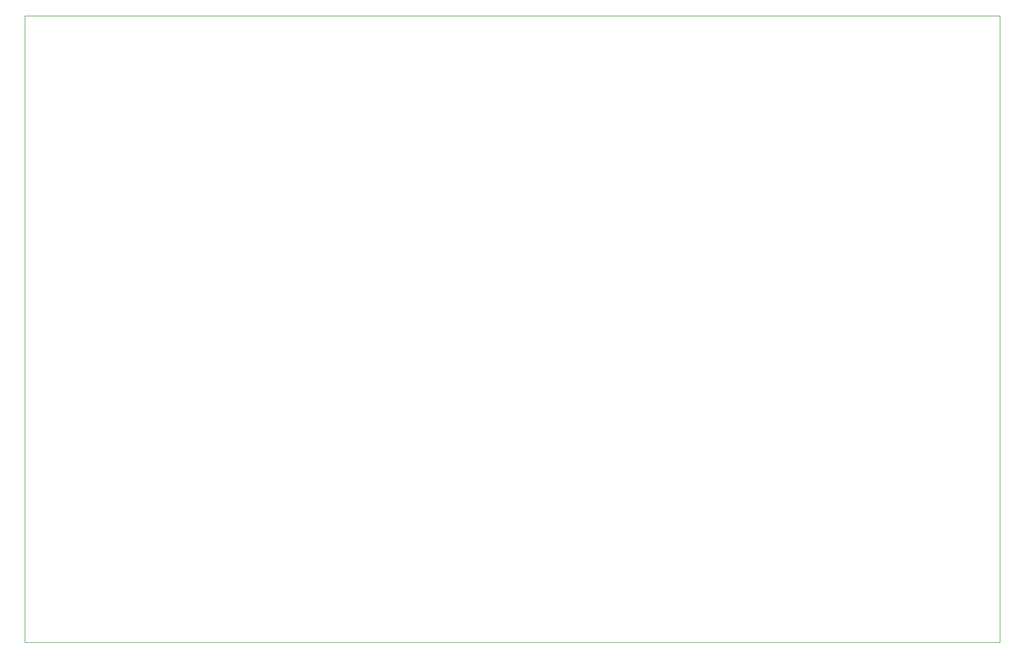
<source format=gbr>
%TF.GenerationSoftware,KiCad,Pcbnew,8.0.6-8.0.6-0~ubuntu24.04.1*%
%TF.CreationDate,2024-10-28T17:30:22+01:00*%
%TF.ProjectId,diplexer,6469706c-6578-4657-922e-6b696361645f,rev?*%
%TF.SameCoordinates,Original*%
%TF.FileFunction,Profile,NP*%
%FSLAX46Y46*%
G04 Gerber Fmt 4.6, Leading zero omitted, Abs format (unit mm)*
G04 Created by KiCad (PCBNEW 8.0.6-8.0.6-0~ubuntu24.04.1) date 2024-10-28 17:30:22*
%MOMM*%
%LPD*%
G01*
G04 APERTURE LIST*
%TA.AperFunction,Profile*%
%ADD10C,0.050000*%
%TD*%
G04 APERTURE END LIST*
D10*
X32000000Y-28800000D02*
X189000000Y-28800000D01*
X189000000Y-129800000D01*
X32000000Y-129800000D01*
X32000000Y-28800000D01*
M02*

</source>
